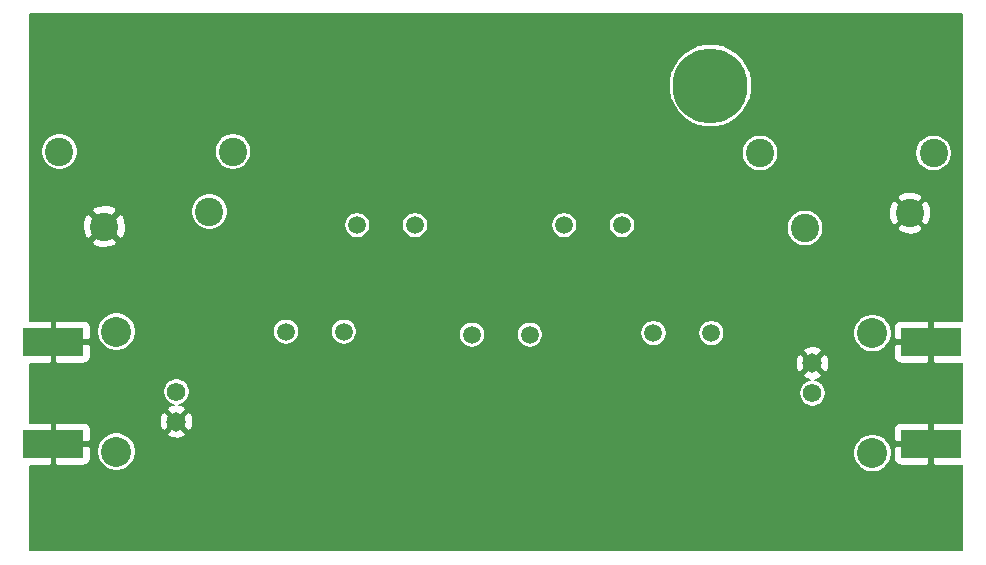
<source format=gbr>
G04 #@! TF.GenerationSoftware,KiCad,Pcbnew,(5.1.5)-3*
G04 #@! TF.CreationDate,2021-08-17T20:52:24-04:00*
G04 #@! TF.ProjectId,CW5,4357352e-6b69-4636-9164-5f7063625858,1*
G04 #@! TF.SameCoordinates,Original*
G04 #@! TF.FileFunction,Copper,L2,Bot*
G04 #@! TF.FilePolarity,Positive*
%FSLAX46Y46*%
G04 Gerber Fmt 4.6, Leading zero omitted, Abs format (unit mm)*
G04 Created by KiCad (PCBNEW (5.1.5)-3) date 2021-08-17 20:52:24*
%MOMM*%
%LPD*%
G04 APERTURE LIST*
%ADD10C,6.350000*%
%ADD11C,1.574800*%
%ADD12C,1.651000*%
%ADD13C,2.540000*%
%ADD14R,5.080000X2.413000*%
%ADD15C,1.500000*%
%ADD16C,2.400000*%
%ADD17C,0.889000*%
%ADD18C,1.397000*%
%ADD19C,1.676400*%
%ADD20C,0.203200*%
G04 APERTURE END LIST*
D10*
X90571000Y-52717400D03*
D11*
X45359000Y-78625400D03*
D12*
X45359000Y-81165400D03*
D13*
X40279000Y-83705400D03*
X40279000Y-73545400D03*
X104287000Y-83832400D03*
X104287000Y-73672400D03*
D12*
X99207000Y-76212400D03*
D11*
X99207000Y-78752400D03*
D14*
X34945000Y-74434400D03*
X34945000Y-83070400D03*
X109240000Y-83070400D03*
X109240000Y-74434400D03*
D15*
X54630000Y-73545400D03*
X59530000Y-73545400D03*
X65552000Y-64528400D03*
X60652000Y-64528400D03*
X75278000Y-73799400D03*
X70378000Y-73799400D03*
X83078000Y-64528400D03*
X78178000Y-64528400D03*
X90645000Y-73672400D03*
X85745000Y-73672400D03*
D16*
X35453000Y-58305400D03*
X50153000Y-58305400D03*
X39263000Y-64655400D03*
X48153000Y-63385400D03*
X107462000Y-63512400D03*
X98572000Y-64782400D03*
X109462000Y-58432400D03*
X94762000Y-58432400D03*
D17*
X35707000Y-48653400D03*
X48280000Y-48653400D03*
D18*
X63266000Y-48272400D03*
X81046000Y-48399400D03*
D17*
X92857000Y-48399400D03*
X107716000Y-48272400D03*
X107716000Y-89928400D03*
D18*
X89174000Y-90055400D03*
X72537000Y-90309400D03*
D19*
X57043000Y-90563400D03*
D17*
X48280000Y-90436400D03*
X35834000Y-90436400D03*
X35707000Y-67957400D03*
X76982000Y-56273400D03*
X62123000Y-57162400D03*
X102255000Y-56400400D03*
X62504000Y-82816400D03*
X76855000Y-82943400D03*
X92984000Y-83070400D03*
D20*
G36*
X111858900Y-72623121D02*
G01*
X111780000Y-72615350D01*
X109544800Y-72618300D01*
X109392400Y-72770700D01*
X109392400Y-74282000D01*
X109412400Y-74282000D01*
X109412400Y-74586800D01*
X109392400Y-74586800D01*
X109392400Y-76098100D01*
X109544800Y-76250500D01*
X111780000Y-76253450D01*
X111858900Y-76245679D01*
X111858900Y-81259121D01*
X111780000Y-81251350D01*
X109544800Y-81254300D01*
X109392400Y-81406700D01*
X109392400Y-82918000D01*
X109412400Y-82918000D01*
X109412400Y-83222800D01*
X109392400Y-83222800D01*
X109392400Y-84734100D01*
X109544800Y-84886500D01*
X111780000Y-84889450D01*
X111858900Y-84881679D01*
X111858900Y-92067178D01*
X32951100Y-92049423D01*
X32951100Y-84888729D01*
X34640200Y-84886500D01*
X34792600Y-84734100D01*
X34792600Y-83222800D01*
X35097400Y-83222800D01*
X35097400Y-84734100D01*
X35249800Y-84886500D01*
X37485000Y-84889450D01*
X37604503Y-84877680D01*
X37719413Y-84842822D01*
X37825315Y-84786217D01*
X37918138Y-84710038D01*
X37994317Y-84617215D01*
X38050922Y-84511313D01*
X38085780Y-84396403D01*
X38097550Y-84276900D01*
X38095157Y-83545292D01*
X38653400Y-83545292D01*
X38653400Y-83865508D01*
X38715870Y-84179570D01*
X38838412Y-84475411D01*
X39016314Y-84741660D01*
X39242740Y-84968086D01*
X39508989Y-85145988D01*
X39804830Y-85268530D01*
X40118892Y-85331000D01*
X40439108Y-85331000D01*
X40753170Y-85268530D01*
X41049011Y-85145988D01*
X41315260Y-84968086D01*
X41541686Y-84741660D01*
X41719588Y-84475411D01*
X41842130Y-84179570D01*
X41904600Y-83865508D01*
X41904600Y-83672292D01*
X102661400Y-83672292D01*
X102661400Y-83992508D01*
X102723870Y-84306570D01*
X102846412Y-84602411D01*
X103024314Y-84868660D01*
X103250740Y-85095086D01*
X103516989Y-85272988D01*
X103812830Y-85395530D01*
X104126892Y-85458000D01*
X104447108Y-85458000D01*
X104761170Y-85395530D01*
X105057011Y-85272988D01*
X105323260Y-85095086D01*
X105549686Y-84868660D01*
X105727588Y-84602411D01*
X105850130Y-84306570D01*
X105856031Y-84276900D01*
X106087450Y-84276900D01*
X106099220Y-84396403D01*
X106134078Y-84511313D01*
X106190683Y-84617215D01*
X106266862Y-84710038D01*
X106359685Y-84786217D01*
X106465587Y-84842822D01*
X106580497Y-84877680D01*
X106700000Y-84889450D01*
X108935200Y-84886500D01*
X109087600Y-84734100D01*
X109087600Y-83222800D01*
X106242800Y-83222800D01*
X106090400Y-83375200D01*
X106087450Y-84276900D01*
X105856031Y-84276900D01*
X105912600Y-83992508D01*
X105912600Y-83672292D01*
X105850130Y-83358230D01*
X105727588Y-83062389D01*
X105549686Y-82796140D01*
X105323260Y-82569714D01*
X105057011Y-82391812D01*
X104761170Y-82269270D01*
X104447108Y-82206800D01*
X104126892Y-82206800D01*
X103812830Y-82269270D01*
X103516989Y-82391812D01*
X103250740Y-82569714D01*
X103024314Y-82796140D01*
X102846412Y-83062389D01*
X102723870Y-83358230D01*
X102661400Y-83672292D01*
X41904600Y-83672292D01*
X41904600Y-83545292D01*
X41842130Y-83231230D01*
X41719588Y-82935389D01*
X41541686Y-82669140D01*
X41315260Y-82442714D01*
X41049011Y-82264812D01*
X40841096Y-82178690D01*
X44561236Y-82178690D01*
X44639429Y-82415083D01*
X44897056Y-82531452D01*
X45172436Y-82595324D01*
X45454985Y-82604246D01*
X45733846Y-82557873D01*
X45998301Y-82457988D01*
X46078571Y-82415083D01*
X46156764Y-82178690D01*
X45359000Y-81380926D01*
X44561236Y-82178690D01*
X40841096Y-82178690D01*
X40753170Y-82142270D01*
X40439108Y-82079800D01*
X40118892Y-82079800D01*
X39804830Y-82142270D01*
X39508989Y-82264812D01*
X39242740Y-82442714D01*
X39016314Y-82669140D01*
X38838412Y-82935389D01*
X38715870Y-83231230D01*
X38653400Y-83545292D01*
X38095157Y-83545292D01*
X38094600Y-83375200D01*
X37942200Y-83222800D01*
X35097400Y-83222800D01*
X34792600Y-83222800D01*
X34772600Y-83222800D01*
X34772600Y-82918000D01*
X34792600Y-82918000D01*
X34792600Y-81406700D01*
X35097400Y-81406700D01*
X35097400Y-82918000D01*
X37942200Y-82918000D01*
X38094600Y-82765600D01*
X38097550Y-81863900D01*
X38085780Y-81744397D01*
X38050922Y-81629487D01*
X37994317Y-81523585D01*
X37918138Y-81430762D01*
X37825315Y-81354583D01*
X37719413Y-81297978D01*
X37604503Y-81263120D01*
X37586888Y-81261385D01*
X43920154Y-81261385D01*
X43966527Y-81540246D01*
X44066412Y-81804701D01*
X44109317Y-81884971D01*
X44345710Y-81963164D01*
X45143474Y-81165400D01*
X45574526Y-81165400D01*
X46372290Y-81963164D01*
X46608683Y-81884971D01*
X46618200Y-81863900D01*
X106087450Y-81863900D01*
X106090400Y-82765600D01*
X106242800Y-82918000D01*
X109087600Y-82918000D01*
X109087600Y-81406700D01*
X108935200Y-81254300D01*
X106700000Y-81251350D01*
X106580497Y-81263120D01*
X106465587Y-81297978D01*
X106359685Y-81354583D01*
X106266862Y-81430762D01*
X106190683Y-81523585D01*
X106134078Y-81629487D01*
X106099220Y-81744397D01*
X106087450Y-81863900D01*
X46618200Y-81863900D01*
X46725052Y-81627344D01*
X46788924Y-81351964D01*
X46797846Y-81069415D01*
X46751473Y-80790554D01*
X46651588Y-80526099D01*
X46608683Y-80445829D01*
X46372290Y-80367636D01*
X45574526Y-81165400D01*
X45143474Y-81165400D01*
X44345710Y-80367636D01*
X44109317Y-80445829D01*
X43992948Y-80703456D01*
X43929076Y-80978836D01*
X43920154Y-81261385D01*
X37586888Y-81261385D01*
X37485000Y-81251350D01*
X35249800Y-81254300D01*
X35097400Y-81406700D01*
X34792600Y-81406700D01*
X34640200Y-81254300D01*
X32951100Y-81252071D01*
X32951100Y-78512824D01*
X44216000Y-78512824D01*
X44216000Y-78737976D01*
X44259925Y-78958801D01*
X44346087Y-79166813D01*
X44471174Y-79354020D01*
X44630380Y-79513226D01*
X44817587Y-79638313D01*
X45025599Y-79724475D01*
X45139397Y-79747111D01*
X44984154Y-79772927D01*
X44719699Y-79872812D01*
X44639429Y-79915717D01*
X44561236Y-80152110D01*
X45359000Y-80949874D01*
X46156764Y-80152110D01*
X46078571Y-79915717D01*
X45820944Y-79799348D01*
X45587821Y-79745277D01*
X45692401Y-79724475D01*
X45900413Y-79638313D01*
X46087620Y-79513226D01*
X46246826Y-79354020D01*
X46371913Y-79166813D01*
X46458075Y-78958801D01*
X46502000Y-78737976D01*
X46502000Y-78639824D01*
X98064000Y-78639824D01*
X98064000Y-78864976D01*
X98107925Y-79085801D01*
X98194087Y-79293813D01*
X98319174Y-79481020D01*
X98478380Y-79640226D01*
X98665587Y-79765313D01*
X98873599Y-79851475D01*
X99094424Y-79895400D01*
X99319576Y-79895400D01*
X99540401Y-79851475D01*
X99748413Y-79765313D01*
X99935620Y-79640226D01*
X100094826Y-79481020D01*
X100219913Y-79293813D01*
X100306075Y-79085801D01*
X100350000Y-78864976D01*
X100350000Y-78639824D01*
X100306075Y-78418999D01*
X100219913Y-78210987D01*
X100094826Y-78023780D01*
X99935620Y-77864574D01*
X99748413Y-77739487D01*
X99540401Y-77653325D01*
X99426603Y-77630689D01*
X99581846Y-77604873D01*
X99846301Y-77504988D01*
X99926571Y-77462083D01*
X100004764Y-77225690D01*
X99207000Y-76427926D01*
X98409236Y-77225690D01*
X98487429Y-77462083D01*
X98745056Y-77578452D01*
X98978179Y-77632523D01*
X98873599Y-77653325D01*
X98665587Y-77739487D01*
X98478380Y-77864574D01*
X98319174Y-78023780D01*
X98194087Y-78210987D01*
X98107925Y-78418999D01*
X98064000Y-78639824D01*
X46502000Y-78639824D01*
X46502000Y-78512824D01*
X46458075Y-78291999D01*
X46371913Y-78083987D01*
X46246826Y-77896780D01*
X46087620Y-77737574D01*
X45900413Y-77612487D01*
X45692401Y-77526325D01*
X45471576Y-77482400D01*
X45246424Y-77482400D01*
X45025599Y-77526325D01*
X44817587Y-77612487D01*
X44630380Y-77737574D01*
X44471174Y-77896780D01*
X44346087Y-78083987D01*
X44259925Y-78291999D01*
X44216000Y-78512824D01*
X32951100Y-78512824D01*
X32951100Y-76308385D01*
X97768154Y-76308385D01*
X97814527Y-76587246D01*
X97914412Y-76851701D01*
X97957317Y-76931971D01*
X98193710Y-77010164D01*
X98991474Y-76212400D01*
X99422526Y-76212400D01*
X100220290Y-77010164D01*
X100456683Y-76931971D01*
X100573052Y-76674344D01*
X100636924Y-76398964D01*
X100645846Y-76116415D01*
X100599473Y-75837554D01*
X100525197Y-75640900D01*
X106087450Y-75640900D01*
X106099220Y-75760403D01*
X106134078Y-75875313D01*
X106190683Y-75981215D01*
X106266862Y-76074038D01*
X106359685Y-76150217D01*
X106465587Y-76206822D01*
X106580497Y-76241680D01*
X106700000Y-76253450D01*
X108935200Y-76250500D01*
X109087600Y-76098100D01*
X109087600Y-74586800D01*
X106242800Y-74586800D01*
X106090400Y-74739200D01*
X106087450Y-75640900D01*
X100525197Y-75640900D01*
X100499588Y-75573099D01*
X100456683Y-75492829D01*
X100220290Y-75414636D01*
X99422526Y-76212400D01*
X98991474Y-76212400D01*
X98193710Y-75414636D01*
X97957317Y-75492829D01*
X97840948Y-75750456D01*
X97777076Y-76025836D01*
X97768154Y-76308385D01*
X32951100Y-76308385D01*
X32951100Y-76252729D01*
X34640200Y-76250500D01*
X34792600Y-76098100D01*
X34792600Y-74586800D01*
X35097400Y-74586800D01*
X35097400Y-76098100D01*
X35249800Y-76250500D01*
X37485000Y-76253450D01*
X37604503Y-76241680D01*
X37719413Y-76206822D01*
X37825315Y-76150217D01*
X37918138Y-76074038D01*
X37994317Y-75981215D01*
X38050922Y-75875313D01*
X38085780Y-75760403D01*
X38097550Y-75640900D01*
X38096105Y-75199110D01*
X98409236Y-75199110D01*
X99207000Y-75996874D01*
X100004764Y-75199110D01*
X99926571Y-74962717D01*
X99668944Y-74846348D01*
X99393564Y-74782476D01*
X99111015Y-74773554D01*
X98832154Y-74819927D01*
X98567699Y-74919812D01*
X98487429Y-74962717D01*
X98409236Y-75199110D01*
X38096105Y-75199110D01*
X38094600Y-74739200D01*
X37942200Y-74586800D01*
X35097400Y-74586800D01*
X34792600Y-74586800D01*
X34772600Y-74586800D01*
X34772600Y-74282000D01*
X34792600Y-74282000D01*
X34792600Y-72770700D01*
X35097400Y-72770700D01*
X35097400Y-74282000D01*
X37942200Y-74282000D01*
X38094600Y-74129600D01*
X38097035Y-73385292D01*
X38653400Y-73385292D01*
X38653400Y-73705508D01*
X38715870Y-74019570D01*
X38838412Y-74315411D01*
X39016314Y-74581660D01*
X39242740Y-74808086D01*
X39508989Y-74985988D01*
X39804830Y-75108530D01*
X40118892Y-75171000D01*
X40439108Y-75171000D01*
X40753170Y-75108530D01*
X41049011Y-74985988D01*
X41315260Y-74808086D01*
X41541686Y-74581660D01*
X41719588Y-74315411D01*
X41842130Y-74019570D01*
X41904600Y-73705508D01*
X41904600Y-73436508D01*
X53524400Y-73436508D01*
X53524400Y-73654292D01*
X53566887Y-73867892D01*
X53650230Y-74069098D01*
X53771224Y-74250179D01*
X53925221Y-74404176D01*
X54106302Y-74525170D01*
X54307508Y-74608513D01*
X54521108Y-74651000D01*
X54738892Y-74651000D01*
X54952492Y-74608513D01*
X55153698Y-74525170D01*
X55334779Y-74404176D01*
X55488776Y-74250179D01*
X55609770Y-74069098D01*
X55693113Y-73867892D01*
X55735600Y-73654292D01*
X55735600Y-73436508D01*
X58424400Y-73436508D01*
X58424400Y-73654292D01*
X58466887Y-73867892D01*
X58550230Y-74069098D01*
X58671224Y-74250179D01*
X58825221Y-74404176D01*
X59006302Y-74525170D01*
X59207508Y-74608513D01*
X59421108Y-74651000D01*
X59638892Y-74651000D01*
X59852492Y-74608513D01*
X60053698Y-74525170D01*
X60234779Y-74404176D01*
X60388776Y-74250179D01*
X60509770Y-74069098D01*
X60593113Y-73867892D01*
X60628396Y-73690508D01*
X69272400Y-73690508D01*
X69272400Y-73908292D01*
X69314887Y-74121892D01*
X69398230Y-74323098D01*
X69519224Y-74504179D01*
X69673221Y-74658176D01*
X69854302Y-74779170D01*
X70055508Y-74862513D01*
X70269108Y-74905000D01*
X70486892Y-74905000D01*
X70700492Y-74862513D01*
X70901698Y-74779170D01*
X71082779Y-74658176D01*
X71236776Y-74504179D01*
X71357770Y-74323098D01*
X71441113Y-74121892D01*
X71483600Y-73908292D01*
X71483600Y-73690508D01*
X74172400Y-73690508D01*
X74172400Y-73908292D01*
X74214887Y-74121892D01*
X74298230Y-74323098D01*
X74419224Y-74504179D01*
X74573221Y-74658176D01*
X74754302Y-74779170D01*
X74955508Y-74862513D01*
X75169108Y-74905000D01*
X75386892Y-74905000D01*
X75600492Y-74862513D01*
X75801698Y-74779170D01*
X75982779Y-74658176D01*
X76136776Y-74504179D01*
X76257770Y-74323098D01*
X76341113Y-74121892D01*
X76383600Y-73908292D01*
X76383600Y-73690508D01*
X76358339Y-73563508D01*
X84639400Y-73563508D01*
X84639400Y-73781292D01*
X84681887Y-73994892D01*
X84765230Y-74196098D01*
X84886224Y-74377179D01*
X85040221Y-74531176D01*
X85221302Y-74652170D01*
X85422508Y-74735513D01*
X85636108Y-74778000D01*
X85853892Y-74778000D01*
X86067492Y-74735513D01*
X86268698Y-74652170D01*
X86449779Y-74531176D01*
X86603776Y-74377179D01*
X86724770Y-74196098D01*
X86808113Y-73994892D01*
X86850600Y-73781292D01*
X86850600Y-73563508D01*
X89539400Y-73563508D01*
X89539400Y-73781292D01*
X89581887Y-73994892D01*
X89665230Y-74196098D01*
X89786224Y-74377179D01*
X89940221Y-74531176D01*
X90121302Y-74652170D01*
X90322508Y-74735513D01*
X90536108Y-74778000D01*
X90753892Y-74778000D01*
X90967492Y-74735513D01*
X91168698Y-74652170D01*
X91349779Y-74531176D01*
X91503776Y-74377179D01*
X91624770Y-74196098D01*
X91708113Y-73994892D01*
X91750600Y-73781292D01*
X91750600Y-73563508D01*
X91740413Y-73512292D01*
X102661400Y-73512292D01*
X102661400Y-73832508D01*
X102723870Y-74146570D01*
X102846412Y-74442411D01*
X103024314Y-74708660D01*
X103250740Y-74935086D01*
X103516989Y-75112988D01*
X103812830Y-75235530D01*
X104126892Y-75298000D01*
X104447108Y-75298000D01*
X104761170Y-75235530D01*
X105057011Y-75112988D01*
X105323260Y-74935086D01*
X105549686Y-74708660D01*
X105727588Y-74442411D01*
X105850130Y-74146570D01*
X105912600Y-73832508D01*
X105912600Y-73512292D01*
X105856032Y-73227900D01*
X106087450Y-73227900D01*
X106090400Y-74129600D01*
X106242800Y-74282000D01*
X109087600Y-74282000D01*
X109087600Y-72770700D01*
X108935200Y-72618300D01*
X106700000Y-72615350D01*
X106580497Y-72627120D01*
X106465587Y-72661978D01*
X106359685Y-72718583D01*
X106266862Y-72794762D01*
X106190683Y-72887585D01*
X106134078Y-72993487D01*
X106099220Y-73108397D01*
X106087450Y-73227900D01*
X105856032Y-73227900D01*
X105850130Y-73198230D01*
X105727588Y-72902389D01*
X105549686Y-72636140D01*
X105323260Y-72409714D01*
X105057011Y-72231812D01*
X104761170Y-72109270D01*
X104447108Y-72046800D01*
X104126892Y-72046800D01*
X103812830Y-72109270D01*
X103516989Y-72231812D01*
X103250740Y-72409714D01*
X103024314Y-72636140D01*
X102846412Y-72902389D01*
X102723870Y-73198230D01*
X102661400Y-73512292D01*
X91740413Y-73512292D01*
X91708113Y-73349908D01*
X91624770Y-73148702D01*
X91503776Y-72967621D01*
X91349779Y-72813624D01*
X91168698Y-72692630D01*
X90967492Y-72609287D01*
X90753892Y-72566800D01*
X90536108Y-72566800D01*
X90322508Y-72609287D01*
X90121302Y-72692630D01*
X89940221Y-72813624D01*
X89786224Y-72967621D01*
X89665230Y-73148702D01*
X89581887Y-73349908D01*
X89539400Y-73563508D01*
X86850600Y-73563508D01*
X86808113Y-73349908D01*
X86724770Y-73148702D01*
X86603776Y-72967621D01*
X86449779Y-72813624D01*
X86268698Y-72692630D01*
X86067492Y-72609287D01*
X85853892Y-72566800D01*
X85636108Y-72566800D01*
X85422508Y-72609287D01*
X85221302Y-72692630D01*
X85040221Y-72813624D01*
X84886224Y-72967621D01*
X84765230Y-73148702D01*
X84681887Y-73349908D01*
X84639400Y-73563508D01*
X76358339Y-73563508D01*
X76341113Y-73476908D01*
X76257770Y-73275702D01*
X76136776Y-73094621D01*
X75982779Y-72940624D01*
X75801698Y-72819630D01*
X75600492Y-72736287D01*
X75386892Y-72693800D01*
X75169108Y-72693800D01*
X74955508Y-72736287D01*
X74754302Y-72819630D01*
X74573221Y-72940624D01*
X74419224Y-73094621D01*
X74298230Y-73275702D01*
X74214887Y-73476908D01*
X74172400Y-73690508D01*
X71483600Y-73690508D01*
X71441113Y-73476908D01*
X71357770Y-73275702D01*
X71236776Y-73094621D01*
X71082779Y-72940624D01*
X70901698Y-72819630D01*
X70700492Y-72736287D01*
X70486892Y-72693800D01*
X70269108Y-72693800D01*
X70055508Y-72736287D01*
X69854302Y-72819630D01*
X69673221Y-72940624D01*
X69519224Y-73094621D01*
X69398230Y-73275702D01*
X69314887Y-73476908D01*
X69272400Y-73690508D01*
X60628396Y-73690508D01*
X60635600Y-73654292D01*
X60635600Y-73436508D01*
X60593113Y-73222908D01*
X60509770Y-73021702D01*
X60388776Y-72840621D01*
X60234779Y-72686624D01*
X60053698Y-72565630D01*
X59852492Y-72482287D01*
X59638892Y-72439800D01*
X59421108Y-72439800D01*
X59207508Y-72482287D01*
X59006302Y-72565630D01*
X58825221Y-72686624D01*
X58671224Y-72840621D01*
X58550230Y-73021702D01*
X58466887Y-73222908D01*
X58424400Y-73436508D01*
X55735600Y-73436508D01*
X55693113Y-73222908D01*
X55609770Y-73021702D01*
X55488776Y-72840621D01*
X55334779Y-72686624D01*
X55153698Y-72565630D01*
X54952492Y-72482287D01*
X54738892Y-72439800D01*
X54521108Y-72439800D01*
X54307508Y-72482287D01*
X54106302Y-72565630D01*
X53925221Y-72686624D01*
X53771224Y-72840621D01*
X53650230Y-73021702D01*
X53566887Y-73222908D01*
X53524400Y-73436508D01*
X41904600Y-73436508D01*
X41904600Y-73385292D01*
X41842130Y-73071230D01*
X41719588Y-72775389D01*
X41541686Y-72509140D01*
X41315260Y-72282714D01*
X41049011Y-72104812D01*
X40753170Y-71982270D01*
X40439108Y-71919800D01*
X40118892Y-71919800D01*
X39804830Y-71982270D01*
X39508989Y-72104812D01*
X39242740Y-72282714D01*
X39016314Y-72509140D01*
X38838412Y-72775389D01*
X38715870Y-73071230D01*
X38653400Y-73385292D01*
X38097035Y-73385292D01*
X38097550Y-73227900D01*
X38085780Y-73108397D01*
X38050922Y-72993487D01*
X37994317Y-72887585D01*
X37918138Y-72794762D01*
X37825315Y-72718583D01*
X37719413Y-72661978D01*
X37604503Y-72627120D01*
X37485000Y-72615350D01*
X35249800Y-72618300D01*
X35097400Y-72770700D01*
X34792600Y-72770700D01*
X34640200Y-72618300D01*
X32951100Y-72616071D01*
X32951100Y-65936233D01*
X38197693Y-65936233D01*
X38321252Y-66210883D01*
X38642807Y-66364721D01*
X38988196Y-66452870D01*
X39344145Y-66471944D01*
X39696976Y-66421209D01*
X40033130Y-66302615D01*
X40204748Y-66210883D01*
X40328307Y-65936233D01*
X39263000Y-64870926D01*
X38197693Y-65936233D01*
X32951100Y-65936233D01*
X32951100Y-64736545D01*
X37446456Y-64736545D01*
X37497191Y-65089376D01*
X37615785Y-65425530D01*
X37707517Y-65597148D01*
X37982167Y-65720707D01*
X39047474Y-64655400D01*
X39478526Y-64655400D01*
X40543833Y-65720707D01*
X40818483Y-65597148D01*
X40972321Y-65275593D01*
X41060470Y-64930204D01*
X41079544Y-64574255D01*
X41028809Y-64221424D01*
X40910215Y-63885270D01*
X40818483Y-63713652D01*
X40543833Y-63590093D01*
X39478526Y-64655400D01*
X39047474Y-64655400D01*
X37982167Y-63590093D01*
X37707517Y-63713652D01*
X37553679Y-64035207D01*
X37465530Y-64380596D01*
X37446456Y-64736545D01*
X32951100Y-64736545D01*
X32951100Y-63374567D01*
X38197693Y-63374567D01*
X39263000Y-64439874D01*
X40328307Y-63374567D01*
X40264254Y-63232187D01*
X46597400Y-63232187D01*
X46597400Y-63538613D01*
X46657181Y-63839152D01*
X46774445Y-64122253D01*
X46944686Y-64377037D01*
X47161363Y-64593714D01*
X47416147Y-64763955D01*
X47699248Y-64881219D01*
X47999787Y-64941000D01*
X48306213Y-64941000D01*
X48606752Y-64881219D01*
X48889853Y-64763955D01*
X49144637Y-64593714D01*
X49318843Y-64419508D01*
X59546400Y-64419508D01*
X59546400Y-64637292D01*
X59588887Y-64850892D01*
X59672230Y-65052098D01*
X59793224Y-65233179D01*
X59947221Y-65387176D01*
X60128302Y-65508170D01*
X60329508Y-65591513D01*
X60543108Y-65634000D01*
X60760892Y-65634000D01*
X60974492Y-65591513D01*
X61175698Y-65508170D01*
X61356779Y-65387176D01*
X61510776Y-65233179D01*
X61631770Y-65052098D01*
X61715113Y-64850892D01*
X61757600Y-64637292D01*
X61757600Y-64419508D01*
X64446400Y-64419508D01*
X64446400Y-64637292D01*
X64488887Y-64850892D01*
X64572230Y-65052098D01*
X64693224Y-65233179D01*
X64847221Y-65387176D01*
X65028302Y-65508170D01*
X65229508Y-65591513D01*
X65443108Y-65634000D01*
X65660892Y-65634000D01*
X65874492Y-65591513D01*
X66075698Y-65508170D01*
X66256779Y-65387176D01*
X66410776Y-65233179D01*
X66531770Y-65052098D01*
X66615113Y-64850892D01*
X66657600Y-64637292D01*
X66657600Y-64419508D01*
X77072400Y-64419508D01*
X77072400Y-64637292D01*
X77114887Y-64850892D01*
X77198230Y-65052098D01*
X77319224Y-65233179D01*
X77473221Y-65387176D01*
X77654302Y-65508170D01*
X77855508Y-65591513D01*
X78069108Y-65634000D01*
X78286892Y-65634000D01*
X78500492Y-65591513D01*
X78701698Y-65508170D01*
X78882779Y-65387176D01*
X79036776Y-65233179D01*
X79157770Y-65052098D01*
X79241113Y-64850892D01*
X79283600Y-64637292D01*
X79283600Y-64419508D01*
X81972400Y-64419508D01*
X81972400Y-64637292D01*
X82014887Y-64850892D01*
X82098230Y-65052098D01*
X82219224Y-65233179D01*
X82373221Y-65387176D01*
X82554302Y-65508170D01*
X82755508Y-65591513D01*
X82969108Y-65634000D01*
X83186892Y-65634000D01*
X83400492Y-65591513D01*
X83601698Y-65508170D01*
X83782779Y-65387176D01*
X83936776Y-65233179D01*
X84057770Y-65052098D01*
X84141113Y-64850892D01*
X84183600Y-64637292D01*
X84183600Y-64629187D01*
X97016400Y-64629187D01*
X97016400Y-64935613D01*
X97076181Y-65236152D01*
X97193445Y-65519253D01*
X97363686Y-65774037D01*
X97580363Y-65990714D01*
X97835147Y-66160955D01*
X98118248Y-66278219D01*
X98418787Y-66338000D01*
X98725213Y-66338000D01*
X99025752Y-66278219D01*
X99308853Y-66160955D01*
X99563637Y-65990714D01*
X99780314Y-65774037D01*
X99950555Y-65519253D01*
X100067819Y-65236152D01*
X100127600Y-64935613D01*
X100127600Y-64793233D01*
X106396693Y-64793233D01*
X106520252Y-65067883D01*
X106841807Y-65221721D01*
X107187196Y-65309870D01*
X107543145Y-65328944D01*
X107895976Y-65278209D01*
X108232130Y-65159615D01*
X108403748Y-65067883D01*
X108527307Y-64793233D01*
X107462000Y-63727926D01*
X106396693Y-64793233D01*
X100127600Y-64793233D01*
X100127600Y-64629187D01*
X100067819Y-64328648D01*
X99950555Y-64045547D01*
X99780314Y-63790763D01*
X99583096Y-63593545D01*
X105645456Y-63593545D01*
X105696191Y-63946376D01*
X105814785Y-64282530D01*
X105906517Y-64454148D01*
X106181167Y-64577707D01*
X107246474Y-63512400D01*
X107677526Y-63512400D01*
X108742833Y-64577707D01*
X109017483Y-64454148D01*
X109171321Y-64132593D01*
X109259470Y-63787204D01*
X109278544Y-63431255D01*
X109227809Y-63078424D01*
X109109215Y-62742270D01*
X109017483Y-62570652D01*
X108742833Y-62447093D01*
X107677526Y-63512400D01*
X107246474Y-63512400D01*
X106181167Y-62447093D01*
X105906517Y-62570652D01*
X105752679Y-62892207D01*
X105664530Y-63237596D01*
X105645456Y-63593545D01*
X99583096Y-63593545D01*
X99563637Y-63574086D01*
X99308853Y-63403845D01*
X99025752Y-63286581D01*
X98725213Y-63226800D01*
X98418787Y-63226800D01*
X98118248Y-63286581D01*
X97835147Y-63403845D01*
X97580363Y-63574086D01*
X97363686Y-63790763D01*
X97193445Y-64045547D01*
X97076181Y-64328648D01*
X97016400Y-64629187D01*
X84183600Y-64629187D01*
X84183600Y-64419508D01*
X84141113Y-64205908D01*
X84057770Y-64004702D01*
X83936776Y-63823621D01*
X83782779Y-63669624D01*
X83601698Y-63548630D01*
X83400492Y-63465287D01*
X83186892Y-63422800D01*
X82969108Y-63422800D01*
X82755508Y-63465287D01*
X82554302Y-63548630D01*
X82373221Y-63669624D01*
X82219224Y-63823621D01*
X82098230Y-64004702D01*
X82014887Y-64205908D01*
X81972400Y-64419508D01*
X79283600Y-64419508D01*
X79241113Y-64205908D01*
X79157770Y-64004702D01*
X79036776Y-63823621D01*
X78882779Y-63669624D01*
X78701698Y-63548630D01*
X78500492Y-63465287D01*
X78286892Y-63422800D01*
X78069108Y-63422800D01*
X77855508Y-63465287D01*
X77654302Y-63548630D01*
X77473221Y-63669624D01*
X77319224Y-63823621D01*
X77198230Y-64004702D01*
X77114887Y-64205908D01*
X77072400Y-64419508D01*
X66657600Y-64419508D01*
X66615113Y-64205908D01*
X66531770Y-64004702D01*
X66410776Y-63823621D01*
X66256779Y-63669624D01*
X66075698Y-63548630D01*
X65874492Y-63465287D01*
X65660892Y-63422800D01*
X65443108Y-63422800D01*
X65229508Y-63465287D01*
X65028302Y-63548630D01*
X64847221Y-63669624D01*
X64693224Y-63823621D01*
X64572230Y-64004702D01*
X64488887Y-64205908D01*
X64446400Y-64419508D01*
X61757600Y-64419508D01*
X61715113Y-64205908D01*
X61631770Y-64004702D01*
X61510776Y-63823621D01*
X61356779Y-63669624D01*
X61175698Y-63548630D01*
X60974492Y-63465287D01*
X60760892Y-63422800D01*
X60543108Y-63422800D01*
X60329508Y-63465287D01*
X60128302Y-63548630D01*
X59947221Y-63669624D01*
X59793224Y-63823621D01*
X59672230Y-64004702D01*
X59588887Y-64205908D01*
X59546400Y-64419508D01*
X49318843Y-64419508D01*
X49361314Y-64377037D01*
X49531555Y-64122253D01*
X49648819Y-63839152D01*
X49708600Y-63538613D01*
X49708600Y-63232187D01*
X49648819Y-62931648D01*
X49531555Y-62648547D01*
X49361314Y-62393763D01*
X49199118Y-62231567D01*
X106396693Y-62231567D01*
X107462000Y-63296874D01*
X108527307Y-62231567D01*
X108403748Y-61956917D01*
X108082193Y-61803079D01*
X107736804Y-61714930D01*
X107380855Y-61695856D01*
X107028024Y-61746591D01*
X106691870Y-61865185D01*
X106520252Y-61956917D01*
X106396693Y-62231567D01*
X49199118Y-62231567D01*
X49144637Y-62177086D01*
X48889853Y-62006845D01*
X48606752Y-61889581D01*
X48306213Y-61829800D01*
X47999787Y-61829800D01*
X47699248Y-61889581D01*
X47416147Y-62006845D01*
X47161363Y-62177086D01*
X46944686Y-62393763D01*
X46774445Y-62648547D01*
X46657181Y-62931648D01*
X46597400Y-63232187D01*
X40264254Y-63232187D01*
X40204748Y-63099917D01*
X39883193Y-62946079D01*
X39537804Y-62857930D01*
X39181855Y-62838856D01*
X38829024Y-62889591D01*
X38492870Y-63008185D01*
X38321252Y-63099917D01*
X38197693Y-63374567D01*
X32951100Y-63374567D01*
X32951100Y-58152187D01*
X33897400Y-58152187D01*
X33897400Y-58458613D01*
X33957181Y-58759152D01*
X34074445Y-59042253D01*
X34244686Y-59297037D01*
X34461363Y-59513714D01*
X34716147Y-59683955D01*
X34999248Y-59801219D01*
X35299787Y-59861000D01*
X35606213Y-59861000D01*
X35906752Y-59801219D01*
X36189853Y-59683955D01*
X36444637Y-59513714D01*
X36661314Y-59297037D01*
X36831555Y-59042253D01*
X36948819Y-58759152D01*
X37008600Y-58458613D01*
X37008600Y-58152187D01*
X48597400Y-58152187D01*
X48597400Y-58458613D01*
X48657181Y-58759152D01*
X48774445Y-59042253D01*
X48944686Y-59297037D01*
X49161363Y-59513714D01*
X49416147Y-59683955D01*
X49699248Y-59801219D01*
X49999787Y-59861000D01*
X50306213Y-59861000D01*
X50606752Y-59801219D01*
X50889853Y-59683955D01*
X51144637Y-59513714D01*
X51361314Y-59297037D01*
X51531555Y-59042253D01*
X51648819Y-58759152D01*
X51708600Y-58458613D01*
X51708600Y-58279187D01*
X93206400Y-58279187D01*
X93206400Y-58585613D01*
X93266181Y-58886152D01*
X93383445Y-59169253D01*
X93553686Y-59424037D01*
X93770363Y-59640714D01*
X94025147Y-59810955D01*
X94308248Y-59928219D01*
X94608787Y-59988000D01*
X94915213Y-59988000D01*
X95215752Y-59928219D01*
X95498853Y-59810955D01*
X95753637Y-59640714D01*
X95970314Y-59424037D01*
X96140555Y-59169253D01*
X96257819Y-58886152D01*
X96317600Y-58585613D01*
X96317600Y-58279187D01*
X107906400Y-58279187D01*
X107906400Y-58585613D01*
X107966181Y-58886152D01*
X108083445Y-59169253D01*
X108253686Y-59424037D01*
X108470363Y-59640714D01*
X108725147Y-59810955D01*
X109008248Y-59928219D01*
X109308787Y-59988000D01*
X109615213Y-59988000D01*
X109915752Y-59928219D01*
X110198853Y-59810955D01*
X110453637Y-59640714D01*
X110670314Y-59424037D01*
X110840555Y-59169253D01*
X110957819Y-58886152D01*
X111017600Y-58585613D01*
X111017600Y-58279187D01*
X110957819Y-57978648D01*
X110840555Y-57695547D01*
X110670314Y-57440763D01*
X110453637Y-57224086D01*
X110198853Y-57053845D01*
X109915752Y-56936581D01*
X109615213Y-56876800D01*
X109308787Y-56876800D01*
X109008248Y-56936581D01*
X108725147Y-57053845D01*
X108470363Y-57224086D01*
X108253686Y-57440763D01*
X108083445Y-57695547D01*
X107966181Y-57978648D01*
X107906400Y-58279187D01*
X96317600Y-58279187D01*
X96257819Y-57978648D01*
X96140555Y-57695547D01*
X95970314Y-57440763D01*
X95753637Y-57224086D01*
X95498853Y-57053845D01*
X95215752Y-56936581D01*
X94915213Y-56876800D01*
X94608787Y-56876800D01*
X94308248Y-56936581D01*
X94025147Y-57053845D01*
X93770363Y-57224086D01*
X93553686Y-57440763D01*
X93383445Y-57695547D01*
X93266181Y-57978648D01*
X93206400Y-58279187D01*
X51708600Y-58279187D01*
X51708600Y-58152187D01*
X51648819Y-57851648D01*
X51531555Y-57568547D01*
X51361314Y-57313763D01*
X51144637Y-57097086D01*
X50889853Y-56926845D01*
X50606752Y-56809581D01*
X50306213Y-56749800D01*
X49999787Y-56749800D01*
X49699248Y-56809581D01*
X49416147Y-56926845D01*
X49161363Y-57097086D01*
X48944686Y-57313763D01*
X48774445Y-57568547D01*
X48657181Y-57851648D01*
X48597400Y-58152187D01*
X37008600Y-58152187D01*
X36948819Y-57851648D01*
X36831555Y-57568547D01*
X36661314Y-57313763D01*
X36444637Y-57097086D01*
X36189853Y-56926845D01*
X35906752Y-56809581D01*
X35606213Y-56749800D01*
X35299787Y-56749800D01*
X34999248Y-56809581D01*
X34716147Y-56926845D01*
X34461363Y-57097086D01*
X34244686Y-57313763D01*
X34074445Y-57568547D01*
X33957181Y-57851648D01*
X33897400Y-58152187D01*
X32951100Y-58152187D01*
X32951100Y-52369666D01*
X87040400Y-52369666D01*
X87040400Y-53065134D01*
X87176079Y-53747238D01*
X87442223Y-54389766D01*
X87828604Y-54968026D01*
X88320374Y-55459796D01*
X88898634Y-55846177D01*
X89541162Y-56112321D01*
X90223266Y-56248000D01*
X90918734Y-56248000D01*
X91600838Y-56112321D01*
X92243366Y-55846177D01*
X92821626Y-55459796D01*
X93313396Y-54968026D01*
X93699777Y-54389766D01*
X93965921Y-53747238D01*
X94101600Y-53065134D01*
X94101600Y-52369666D01*
X93965921Y-51687562D01*
X93699777Y-51045034D01*
X93313396Y-50466774D01*
X92821626Y-49975004D01*
X92243366Y-49588623D01*
X91600838Y-49322479D01*
X90918734Y-49186800D01*
X90223266Y-49186800D01*
X89541162Y-49322479D01*
X88898634Y-49588623D01*
X88320374Y-49975004D01*
X87828604Y-50466774D01*
X87442223Y-51045034D01*
X87176079Y-51687562D01*
X87040400Y-52369666D01*
X32951100Y-52369666D01*
X32951100Y-46659500D01*
X111858901Y-46659500D01*
X111858900Y-72623121D01*
G37*
X111858900Y-72623121D02*
X111780000Y-72615350D01*
X109544800Y-72618300D01*
X109392400Y-72770700D01*
X109392400Y-74282000D01*
X109412400Y-74282000D01*
X109412400Y-74586800D01*
X109392400Y-74586800D01*
X109392400Y-76098100D01*
X109544800Y-76250500D01*
X111780000Y-76253450D01*
X111858900Y-76245679D01*
X111858900Y-81259121D01*
X111780000Y-81251350D01*
X109544800Y-81254300D01*
X109392400Y-81406700D01*
X109392400Y-82918000D01*
X109412400Y-82918000D01*
X109412400Y-83222800D01*
X109392400Y-83222800D01*
X109392400Y-84734100D01*
X109544800Y-84886500D01*
X111780000Y-84889450D01*
X111858900Y-84881679D01*
X111858900Y-92067178D01*
X32951100Y-92049423D01*
X32951100Y-84888729D01*
X34640200Y-84886500D01*
X34792600Y-84734100D01*
X34792600Y-83222800D01*
X35097400Y-83222800D01*
X35097400Y-84734100D01*
X35249800Y-84886500D01*
X37485000Y-84889450D01*
X37604503Y-84877680D01*
X37719413Y-84842822D01*
X37825315Y-84786217D01*
X37918138Y-84710038D01*
X37994317Y-84617215D01*
X38050922Y-84511313D01*
X38085780Y-84396403D01*
X38097550Y-84276900D01*
X38095157Y-83545292D01*
X38653400Y-83545292D01*
X38653400Y-83865508D01*
X38715870Y-84179570D01*
X38838412Y-84475411D01*
X39016314Y-84741660D01*
X39242740Y-84968086D01*
X39508989Y-85145988D01*
X39804830Y-85268530D01*
X40118892Y-85331000D01*
X40439108Y-85331000D01*
X40753170Y-85268530D01*
X41049011Y-85145988D01*
X41315260Y-84968086D01*
X41541686Y-84741660D01*
X41719588Y-84475411D01*
X41842130Y-84179570D01*
X41904600Y-83865508D01*
X41904600Y-83672292D01*
X102661400Y-83672292D01*
X102661400Y-83992508D01*
X102723870Y-84306570D01*
X102846412Y-84602411D01*
X103024314Y-84868660D01*
X103250740Y-85095086D01*
X103516989Y-85272988D01*
X103812830Y-85395530D01*
X104126892Y-85458000D01*
X104447108Y-85458000D01*
X104761170Y-85395530D01*
X105057011Y-85272988D01*
X105323260Y-85095086D01*
X105549686Y-84868660D01*
X105727588Y-84602411D01*
X105850130Y-84306570D01*
X105856031Y-84276900D01*
X106087450Y-84276900D01*
X106099220Y-84396403D01*
X106134078Y-84511313D01*
X106190683Y-84617215D01*
X106266862Y-84710038D01*
X106359685Y-84786217D01*
X106465587Y-84842822D01*
X106580497Y-84877680D01*
X106700000Y-84889450D01*
X108935200Y-84886500D01*
X109087600Y-84734100D01*
X109087600Y-83222800D01*
X106242800Y-83222800D01*
X106090400Y-83375200D01*
X106087450Y-84276900D01*
X105856031Y-84276900D01*
X105912600Y-83992508D01*
X105912600Y-83672292D01*
X105850130Y-83358230D01*
X105727588Y-83062389D01*
X105549686Y-82796140D01*
X105323260Y-82569714D01*
X105057011Y-82391812D01*
X104761170Y-82269270D01*
X104447108Y-82206800D01*
X104126892Y-82206800D01*
X103812830Y-82269270D01*
X103516989Y-82391812D01*
X103250740Y-82569714D01*
X103024314Y-82796140D01*
X102846412Y-83062389D01*
X102723870Y-83358230D01*
X102661400Y-83672292D01*
X41904600Y-83672292D01*
X41904600Y-83545292D01*
X41842130Y-83231230D01*
X41719588Y-82935389D01*
X41541686Y-82669140D01*
X41315260Y-82442714D01*
X41049011Y-82264812D01*
X40841096Y-82178690D01*
X44561236Y-82178690D01*
X44639429Y-82415083D01*
X44897056Y-82531452D01*
X45172436Y-82595324D01*
X45454985Y-82604246D01*
X45733846Y-82557873D01*
X45998301Y-82457988D01*
X46078571Y-82415083D01*
X46156764Y-82178690D01*
X45359000Y-81380926D01*
X44561236Y-82178690D01*
X40841096Y-82178690D01*
X40753170Y-82142270D01*
X40439108Y-82079800D01*
X40118892Y-82079800D01*
X39804830Y-82142270D01*
X39508989Y-82264812D01*
X39242740Y-82442714D01*
X39016314Y-82669140D01*
X38838412Y-82935389D01*
X38715870Y-83231230D01*
X38653400Y-83545292D01*
X38095157Y-83545292D01*
X38094600Y-83375200D01*
X37942200Y-83222800D01*
X35097400Y-83222800D01*
X34792600Y-83222800D01*
X34772600Y-83222800D01*
X34772600Y-82918000D01*
X34792600Y-82918000D01*
X34792600Y-81406700D01*
X35097400Y-81406700D01*
X35097400Y-82918000D01*
X37942200Y-82918000D01*
X38094600Y-82765600D01*
X38097550Y-81863900D01*
X38085780Y-81744397D01*
X38050922Y-81629487D01*
X37994317Y-81523585D01*
X37918138Y-81430762D01*
X37825315Y-81354583D01*
X37719413Y-81297978D01*
X37604503Y-81263120D01*
X37586888Y-81261385D01*
X43920154Y-81261385D01*
X43966527Y-81540246D01*
X44066412Y-81804701D01*
X44109317Y-81884971D01*
X44345710Y-81963164D01*
X45143474Y-81165400D01*
X45574526Y-81165400D01*
X46372290Y-81963164D01*
X46608683Y-81884971D01*
X46618200Y-81863900D01*
X106087450Y-81863900D01*
X106090400Y-82765600D01*
X106242800Y-82918000D01*
X109087600Y-82918000D01*
X109087600Y-81406700D01*
X108935200Y-81254300D01*
X106700000Y-81251350D01*
X106580497Y-81263120D01*
X106465587Y-81297978D01*
X106359685Y-81354583D01*
X106266862Y-81430762D01*
X106190683Y-81523585D01*
X106134078Y-81629487D01*
X106099220Y-81744397D01*
X106087450Y-81863900D01*
X46618200Y-81863900D01*
X46725052Y-81627344D01*
X46788924Y-81351964D01*
X46797846Y-81069415D01*
X46751473Y-80790554D01*
X46651588Y-80526099D01*
X46608683Y-80445829D01*
X46372290Y-80367636D01*
X45574526Y-81165400D01*
X45143474Y-81165400D01*
X44345710Y-80367636D01*
X44109317Y-80445829D01*
X43992948Y-80703456D01*
X43929076Y-80978836D01*
X43920154Y-81261385D01*
X37586888Y-81261385D01*
X37485000Y-81251350D01*
X35249800Y-81254300D01*
X35097400Y-81406700D01*
X34792600Y-81406700D01*
X34640200Y-81254300D01*
X32951100Y-81252071D01*
X32951100Y-78512824D01*
X44216000Y-78512824D01*
X44216000Y-78737976D01*
X44259925Y-78958801D01*
X44346087Y-79166813D01*
X44471174Y-79354020D01*
X44630380Y-79513226D01*
X44817587Y-79638313D01*
X45025599Y-79724475D01*
X45139397Y-79747111D01*
X44984154Y-79772927D01*
X44719699Y-79872812D01*
X44639429Y-79915717D01*
X44561236Y-80152110D01*
X45359000Y-80949874D01*
X46156764Y-80152110D01*
X46078571Y-79915717D01*
X45820944Y-79799348D01*
X45587821Y-79745277D01*
X45692401Y-79724475D01*
X45900413Y-79638313D01*
X46087620Y-79513226D01*
X46246826Y-79354020D01*
X46371913Y-79166813D01*
X46458075Y-78958801D01*
X46502000Y-78737976D01*
X46502000Y-78639824D01*
X98064000Y-78639824D01*
X98064000Y-78864976D01*
X98107925Y-79085801D01*
X98194087Y-79293813D01*
X98319174Y-79481020D01*
X98478380Y-79640226D01*
X98665587Y-79765313D01*
X98873599Y-79851475D01*
X99094424Y-79895400D01*
X99319576Y-79895400D01*
X99540401Y-79851475D01*
X99748413Y-79765313D01*
X99935620Y-79640226D01*
X100094826Y-79481020D01*
X100219913Y-79293813D01*
X100306075Y-79085801D01*
X100350000Y-78864976D01*
X100350000Y-78639824D01*
X100306075Y-78418999D01*
X100219913Y-78210987D01*
X100094826Y-78023780D01*
X99935620Y-77864574D01*
X99748413Y-77739487D01*
X99540401Y-77653325D01*
X99426603Y-77630689D01*
X99581846Y-77604873D01*
X99846301Y-77504988D01*
X99926571Y-77462083D01*
X100004764Y-77225690D01*
X99207000Y-76427926D01*
X98409236Y-77225690D01*
X98487429Y-77462083D01*
X98745056Y-77578452D01*
X98978179Y-77632523D01*
X98873599Y-77653325D01*
X98665587Y-77739487D01*
X98478380Y-77864574D01*
X98319174Y-78023780D01*
X98194087Y-78210987D01*
X98107925Y-78418999D01*
X98064000Y-78639824D01*
X46502000Y-78639824D01*
X46502000Y-78512824D01*
X46458075Y-78291999D01*
X46371913Y-78083987D01*
X46246826Y-77896780D01*
X46087620Y-77737574D01*
X45900413Y-77612487D01*
X45692401Y-77526325D01*
X45471576Y-77482400D01*
X45246424Y-77482400D01*
X45025599Y-77526325D01*
X44817587Y-77612487D01*
X44630380Y-77737574D01*
X44471174Y-77896780D01*
X44346087Y-78083987D01*
X44259925Y-78291999D01*
X44216000Y-78512824D01*
X32951100Y-78512824D01*
X32951100Y-76308385D01*
X97768154Y-76308385D01*
X97814527Y-76587246D01*
X97914412Y-76851701D01*
X97957317Y-76931971D01*
X98193710Y-77010164D01*
X98991474Y-76212400D01*
X99422526Y-76212400D01*
X100220290Y-77010164D01*
X100456683Y-76931971D01*
X100573052Y-76674344D01*
X100636924Y-76398964D01*
X100645846Y-76116415D01*
X100599473Y-75837554D01*
X100525197Y-75640900D01*
X106087450Y-75640900D01*
X106099220Y-75760403D01*
X106134078Y-75875313D01*
X106190683Y-75981215D01*
X106266862Y-76074038D01*
X106359685Y-76150217D01*
X106465587Y-76206822D01*
X106580497Y-76241680D01*
X106700000Y-76253450D01*
X108935200Y-76250500D01*
X109087600Y-76098100D01*
X109087600Y-74586800D01*
X106242800Y-74586800D01*
X106090400Y-74739200D01*
X106087450Y-75640900D01*
X100525197Y-75640900D01*
X100499588Y-75573099D01*
X100456683Y-75492829D01*
X100220290Y-75414636D01*
X99422526Y-76212400D01*
X98991474Y-76212400D01*
X98193710Y-75414636D01*
X97957317Y-75492829D01*
X97840948Y-75750456D01*
X97777076Y-76025836D01*
X97768154Y-76308385D01*
X32951100Y-76308385D01*
X32951100Y-76252729D01*
X34640200Y-76250500D01*
X34792600Y-76098100D01*
X34792600Y-74586800D01*
X35097400Y-74586800D01*
X35097400Y-76098100D01*
X35249800Y-76250500D01*
X37485000Y-76253450D01*
X37604503Y-76241680D01*
X37719413Y-76206822D01*
X37825315Y-76150217D01*
X37918138Y-76074038D01*
X37994317Y-75981215D01*
X38050922Y-75875313D01*
X38085780Y-75760403D01*
X38097550Y-75640900D01*
X38096105Y-75199110D01*
X98409236Y-75199110D01*
X99207000Y-75996874D01*
X100004764Y-75199110D01*
X99926571Y-74962717D01*
X99668944Y-74846348D01*
X99393564Y-74782476D01*
X99111015Y-74773554D01*
X98832154Y-74819927D01*
X98567699Y-74919812D01*
X98487429Y-74962717D01*
X98409236Y-75199110D01*
X38096105Y-75199110D01*
X38094600Y-74739200D01*
X37942200Y-74586800D01*
X35097400Y-74586800D01*
X34792600Y-74586800D01*
X34772600Y-74586800D01*
X34772600Y-74282000D01*
X34792600Y-74282000D01*
X34792600Y-72770700D01*
X35097400Y-72770700D01*
X35097400Y-74282000D01*
X37942200Y-74282000D01*
X38094600Y-74129600D01*
X38097035Y-73385292D01*
X38653400Y-73385292D01*
X38653400Y-73705508D01*
X38715870Y-74019570D01*
X38838412Y-74315411D01*
X39016314Y-74581660D01*
X39242740Y-74808086D01*
X39508989Y-74985988D01*
X39804830Y-75108530D01*
X40118892Y-75171000D01*
X40439108Y-75171000D01*
X40753170Y-75108530D01*
X41049011Y-74985988D01*
X41315260Y-74808086D01*
X41541686Y-74581660D01*
X41719588Y-74315411D01*
X41842130Y-74019570D01*
X41904600Y-73705508D01*
X41904600Y-73436508D01*
X53524400Y-73436508D01*
X53524400Y-73654292D01*
X53566887Y-73867892D01*
X53650230Y-74069098D01*
X53771224Y-74250179D01*
X53925221Y-74404176D01*
X54106302Y-74525170D01*
X54307508Y-74608513D01*
X54521108Y-74651000D01*
X54738892Y-74651000D01*
X54952492Y-74608513D01*
X55153698Y-74525170D01*
X55334779Y-74404176D01*
X55488776Y-74250179D01*
X55609770Y-74069098D01*
X55693113Y-73867892D01*
X55735600Y-73654292D01*
X55735600Y-73436508D01*
X58424400Y-73436508D01*
X58424400Y-73654292D01*
X58466887Y-73867892D01*
X58550230Y-74069098D01*
X58671224Y-74250179D01*
X58825221Y-74404176D01*
X59006302Y-74525170D01*
X59207508Y-74608513D01*
X59421108Y-74651000D01*
X59638892Y-74651000D01*
X59852492Y-74608513D01*
X60053698Y-74525170D01*
X60234779Y-74404176D01*
X60388776Y-74250179D01*
X60509770Y-74069098D01*
X60593113Y-73867892D01*
X60628396Y-73690508D01*
X69272400Y-73690508D01*
X69272400Y-73908292D01*
X69314887Y-74121892D01*
X69398230Y-74323098D01*
X69519224Y-74504179D01*
X69673221Y-74658176D01*
X69854302Y-74779170D01*
X70055508Y-74862513D01*
X70269108Y-74905000D01*
X70486892Y-74905000D01*
X70700492Y-74862513D01*
X70901698Y-74779170D01*
X71082779Y-74658176D01*
X71236776Y-74504179D01*
X71357770Y-74323098D01*
X71441113Y-74121892D01*
X71483600Y-73908292D01*
X71483600Y-73690508D01*
X74172400Y-73690508D01*
X74172400Y-73908292D01*
X74214887Y-74121892D01*
X74298230Y-74323098D01*
X74419224Y-74504179D01*
X74573221Y-74658176D01*
X74754302Y-74779170D01*
X74955508Y-74862513D01*
X75169108Y-74905000D01*
X75386892Y-74905000D01*
X75600492Y-74862513D01*
X75801698Y-74779170D01*
X75982779Y-74658176D01*
X76136776Y-74504179D01*
X76257770Y-74323098D01*
X76341113Y-74121892D01*
X76383600Y-73908292D01*
X76383600Y-73690508D01*
X76358339Y-73563508D01*
X84639400Y-73563508D01*
X84639400Y-73781292D01*
X84681887Y-73994892D01*
X84765230Y-74196098D01*
X84886224Y-74377179D01*
X85040221Y-74531176D01*
X85221302Y-74652170D01*
X85422508Y-74735513D01*
X85636108Y-74778000D01*
X85853892Y-74778000D01*
X86067492Y-74735513D01*
X86268698Y-74652170D01*
X86449779Y-74531176D01*
X86603776Y-74377179D01*
X86724770Y-74196098D01*
X86808113Y-73994892D01*
X86850600Y-73781292D01*
X86850600Y-73563508D01*
X89539400Y-73563508D01*
X89539400Y-73781292D01*
X89581887Y-73994892D01*
X89665230Y-74196098D01*
X89786224Y-74377179D01*
X89940221Y-74531176D01*
X90121302Y-74652170D01*
X90322508Y-74735513D01*
X90536108Y-74778000D01*
X90753892Y-74778000D01*
X90967492Y-74735513D01*
X91168698Y-74652170D01*
X91349779Y-74531176D01*
X91503776Y-74377179D01*
X91624770Y-74196098D01*
X91708113Y-73994892D01*
X91750600Y-73781292D01*
X91750600Y-73563508D01*
X91740413Y-73512292D01*
X102661400Y-73512292D01*
X102661400Y-73832508D01*
X102723870Y-74146570D01*
X102846412Y-74442411D01*
X103024314Y-74708660D01*
X103250740Y-74935086D01*
X103516989Y-75112988D01*
X103812830Y-75235530D01*
X104126892Y-75298000D01*
X104447108Y-75298000D01*
X104761170Y-75235530D01*
X105057011Y-75112988D01*
X105323260Y-74935086D01*
X105549686Y-74708660D01*
X105727588Y-74442411D01*
X105850130Y-74146570D01*
X105912600Y-73832508D01*
X105912600Y-73512292D01*
X105856032Y-73227900D01*
X106087450Y-73227900D01*
X106090400Y-74129600D01*
X106242800Y-74282000D01*
X109087600Y-74282000D01*
X109087600Y-72770700D01*
X108935200Y-72618300D01*
X106700000Y-72615350D01*
X106580497Y-72627120D01*
X106465587Y-72661978D01*
X106359685Y-72718583D01*
X106266862Y-72794762D01*
X106190683Y-72887585D01*
X106134078Y-72993487D01*
X106099220Y-73108397D01*
X106087450Y-73227900D01*
X105856032Y-73227900D01*
X105850130Y-73198230D01*
X105727588Y-72902389D01*
X105549686Y-72636140D01*
X105323260Y-72409714D01*
X105057011Y-72231812D01*
X104761170Y-72109270D01*
X104447108Y-72046800D01*
X104126892Y-72046800D01*
X103812830Y-72109270D01*
X103516989Y-72231812D01*
X103250740Y-72409714D01*
X103024314Y-72636140D01*
X102846412Y-72902389D01*
X102723870Y-73198230D01*
X102661400Y-73512292D01*
X91740413Y-73512292D01*
X91708113Y-73349908D01*
X91624770Y-73148702D01*
X91503776Y-72967621D01*
X91349779Y-72813624D01*
X91168698Y-72692630D01*
X90967492Y-72609287D01*
X90753892Y-72566800D01*
X90536108Y-72566800D01*
X90322508Y-72609287D01*
X90121302Y-72692630D01*
X89940221Y-72813624D01*
X89786224Y-72967621D01*
X89665230Y-73148702D01*
X89581887Y-73349908D01*
X89539400Y-73563508D01*
X86850600Y-73563508D01*
X86808113Y-73349908D01*
X86724770Y-73148702D01*
X86603776Y-72967621D01*
X86449779Y-72813624D01*
X86268698Y-72692630D01*
X86067492Y-72609287D01*
X85853892Y-72566800D01*
X85636108Y-72566800D01*
X85422508Y-72609287D01*
X85221302Y-72692630D01*
X85040221Y-72813624D01*
X84886224Y-72967621D01*
X84765230Y-73148702D01*
X84681887Y-73349908D01*
X84639400Y-73563508D01*
X76358339Y-73563508D01*
X76341113Y-73476908D01*
X76257770Y-73275702D01*
X76136776Y-73094621D01*
X75982779Y-72940624D01*
X75801698Y-72819630D01*
X75600492Y-72736287D01*
X75386892Y-72693800D01*
X75169108Y-72693800D01*
X74955508Y-72736287D01*
X74754302Y-72819630D01*
X74573221Y-72940624D01*
X74419224Y-73094621D01*
X74298230Y-73275702D01*
X74214887Y-73476908D01*
X74172400Y-73690508D01*
X71483600Y-73690508D01*
X71441113Y-73476908D01*
X71357770Y-73275702D01*
X71236776Y-73094621D01*
X71082779Y-72940624D01*
X70901698Y-72819630D01*
X70700492Y-72736287D01*
X70486892Y-72693800D01*
X70269108Y-72693800D01*
X70055508Y-72736287D01*
X69854302Y-72819630D01*
X69673221Y-72940624D01*
X69519224Y-73094621D01*
X69398230Y-73275702D01*
X69314887Y-73476908D01*
X69272400Y-73690508D01*
X60628396Y-73690508D01*
X60635600Y-73654292D01*
X60635600Y-73436508D01*
X60593113Y-73222908D01*
X60509770Y-73021702D01*
X60388776Y-72840621D01*
X60234779Y-72686624D01*
X60053698Y-72565630D01*
X59852492Y-72482287D01*
X59638892Y-72439800D01*
X59421108Y-72439800D01*
X59207508Y-72482287D01*
X59006302Y-72565630D01*
X58825221Y-72686624D01*
X58671224Y-72840621D01*
X58550230Y-73021702D01*
X58466887Y-73222908D01*
X58424400Y-73436508D01*
X55735600Y-73436508D01*
X55693113Y-73222908D01*
X55609770Y-73021702D01*
X55488776Y-72840621D01*
X55334779Y-72686624D01*
X55153698Y-72565630D01*
X54952492Y-72482287D01*
X54738892Y-72439800D01*
X54521108Y-72439800D01*
X54307508Y-72482287D01*
X54106302Y-72565630D01*
X53925221Y-72686624D01*
X53771224Y-72840621D01*
X53650230Y-73021702D01*
X53566887Y-73222908D01*
X53524400Y-73436508D01*
X41904600Y-73436508D01*
X41904600Y-73385292D01*
X41842130Y-73071230D01*
X41719588Y-72775389D01*
X41541686Y-72509140D01*
X41315260Y-72282714D01*
X41049011Y-72104812D01*
X40753170Y-71982270D01*
X40439108Y-71919800D01*
X40118892Y-71919800D01*
X39804830Y-71982270D01*
X39508989Y-72104812D01*
X39242740Y-72282714D01*
X39016314Y-72509140D01*
X38838412Y-72775389D01*
X38715870Y-73071230D01*
X38653400Y-73385292D01*
X38097035Y-73385292D01*
X38097550Y-73227900D01*
X38085780Y-73108397D01*
X38050922Y-72993487D01*
X37994317Y-72887585D01*
X37918138Y-72794762D01*
X37825315Y-72718583D01*
X37719413Y-72661978D01*
X37604503Y-72627120D01*
X37485000Y-72615350D01*
X35249800Y-72618300D01*
X35097400Y-72770700D01*
X34792600Y-72770700D01*
X34640200Y-72618300D01*
X32951100Y-72616071D01*
X32951100Y-65936233D01*
X38197693Y-65936233D01*
X38321252Y-66210883D01*
X38642807Y-66364721D01*
X38988196Y-66452870D01*
X39344145Y-66471944D01*
X39696976Y-66421209D01*
X40033130Y-66302615D01*
X40204748Y-66210883D01*
X40328307Y-65936233D01*
X39263000Y-64870926D01*
X38197693Y-65936233D01*
X32951100Y-65936233D01*
X32951100Y-64736545D01*
X37446456Y-64736545D01*
X37497191Y-65089376D01*
X37615785Y-65425530D01*
X37707517Y-65597148D01*
X37982167Y-65720707D01*
X39047474Y-64655400D01*
X39478526Y-64655400D01*
X40543833Y-65720707D01*
X40818483Y-65597148D01*
X40972321Y-65275593D01*
X41060470Y-64930204D01*
X41079544Y-64574255D01*
X41028809Y-64221424D01*
X40910215Y-63885270D01*
X40818483Y-63713652D01*
X40543833Y-63590093D01*
X39478526Y-64655400D01*
X39047474Y-64655400D01*
X37982167Y-63590093D01*
X37707517Y-63713652D01*
X37553679Y-64035207D01*
X37465530Y-64380596D01*
X37446456Y-64736545D01*
X32951100Y-64736545D01*
X32951100Y-63374567D01*
X38197693Y-63374567D01*
X39263000Y-64439874D01*
X40328307Y-63374567D01*
X40264254Y-63232187D01*
X46597400Y-63232187D01*
X46597400Y-63538613D01*
X46657181Y-63839152D01*
X46774445Y-64122253D01*
X46944686Y-64377037D01*
X47161363Y-64593714D01*
X47416147Y-64763955D01*
X47699248Y-64881219D01*
X47999787Y-64941000D01*
X48306213Y-64941000D01*
X48606752Y-64881219D01*
X48889853Y-64763955D01*
X49144637Y-64593714D01*
X49318843Y-64419508D01*
X59546400Y-64419508D01*
X59546400Y-64637292D01*
X59588887Y-64850892D01*
X59672230Y-65052098D01*
X59793224Y-65233179D01*
X59947221Y-65387176D01*
X60128302Y-65508170D01*
X60329508Y-65591513D01*
X60543108Y-65634000D01*
X60760892Y-65634000D01*
X60974492Y-65591513D01*
X61175698Y-65508170D01*
X61356779Y-65387176D01*
X61510776Y-65233179D01*
X61631770Y-65052098D01*
X61715113Y-64850892D01*
X61757600Y-64637292D01*
X61757600Y-64419508D01*
X64446400Y-64419508D01*
X64446400Y-64637292D01*
X64488887Y-64850892D01*
X64572230Y-65052098D01*
X64693224Y-65233179D01*
X64847221Y-65387176D01*
X65028302Y-65508170D01*
X65229508Y-65591513D01*
X65443108Y-65634000D01*
X65660892Y-65634000D01*
X65874492Y-65591513D01*
X66075698Y-65508170D01*
X66256779Y-65387176D01*
X66410776Y-65233179D01*
X66531770Y-65052098D01*
X66615113Y-64850892D01*
X66657600Y-64637292D01*
X66657600Y-64419508D01*
X77072400Y-64419508D01*
X77072400Y-64637292D01*
X77114887Y-64850892D01*
X77198230Y-65052098D01*
X77319224Y-65233179D01*
X77473221Y-65387176D01*
X77654302Y-65508170D01*
X77855508Y-65591513D01*
X78069108Y-65634000D01*
X78286892Y-65634000D01*
X78500492Y-65591513D01*
X78701698Y-65508170D01*
X78882779Y-65387176D01*
X79036776Y-65233179D01*
X79157770Y-65052098D01*
X79241113Y-64850892D01*
X79283600Y-64637292D01*
X79283600Y-64419508D01*
X81972400Y-64419508D01*
X81972400Y-64637292D01*
X82014887Y-64850892D01*
X82098230Y-65052098D01*
X82219224Y-65233179D01*
X82373221Y-65387176D01*
X82554302Y-65508170D01*
X82755508Y-65591513D01*
X82969108Y-65634000D01*
X83186892Y-65634000D01*
X83400492Y-65591513D01*
X83601698Y-65508170D01*
X83782779Y-65387176D01*
X83936776Y-65233179D01*
X84057770Y-65052098D01*
X84141113Y-64850892D01*
X84183600Y-64637292D01*
X84183600Y-64629187D01*
X97016400Y-64629187D01*
X97016400Y-64935613D01*
X97076181Y-65236152D01*
X97193445Y-65519253D01*
X97363686Y-65774037D01*
X97580363Y-65990714D01*
X97835147Y-66160955D01*
X98118248Y-66278219D01*
X98418787Y-66338000D01*
X98725213Y-66338000D01*
X99025752Y-66278219D01*
X99308853Y-66160955D01*
X99563637Y-65990714D01*
X99780314Y-65774037D01*
X99950555Y-65519253D01*
X100067819Y-65236152D01*
X100127600Y-64935613D01*
X100127600Y-64793233D01*
X106396693Y-64793233D01*
X106520252Y-65067883D01*
X106841807Y-65221721D01*
X107187196Y-65309870D01*
X107543145Y-65328944D01*
X107895976Y-65278209D01*
X108232130Y-65159615D01*
X108403748Y-65067883D01*
X108527307Y-64793233D01*
X107462000Y-63727926D01*
X106396693Y-64793233D01*
X100127600Y-64793233D01*
X100127600Y-64629187D01*
X100067819Y-64328648D01*
X99950555Y-64045547D01*
X99780314Y-63790763D01*
X99583096Y-63593545D01*
X105645456Y-63593545D01*
X105696191Y-63946376D01*
X105814785Y-64282530D01*
X105906517Y-64454148D01*
X106181167Y-64577707D01*
X107246474Y-63512400D01*
X107677526Y-63512400D01*
X108742833Y-64577707D01*
X109017483Y-64454148D01*
X109171321Y-64132593D01*
X109259470Y-63787204D01*
X109278544Y-63431255D01*
X109227809Y-63078424D01*
X109109215Y-62742270D01*
X109017483Y-62570652D01*
X108742833Y-62447093D01*
X107677526Y-63512400D01*
X107246474Y-63512400D01*
X106181167Y-62447093D01*
X105906517Y-62570652D01*
X105752679Y-62892207D01*
X105664530Y-63237596D01*
X105645456Y-63593545D01*
X99583096Y-63593545D01*
X99563637Y-63574086D01*
X99308853Y-63403845D01*
X99025752Y-63286581D01*
X98725213Y-63226800D01*
X98418787Y-63226800D01*
X98118248Y-63286581D01*
X97835147Y-63403845D01*
X97580363Y-63574086D01*
X97363686Y-63790763D01*
X97193445Y-64045547D01*
X97076181Y-64328648D01*
X97016400Y-64629187D01*
X84183600Y-64629187D01*
X84183600Y-64419508D01*
X84141113Y-64205908D01*
X84057770Y-64004702D01*
X83936776Y-63823621D01*
X83782779Y-63669624D01*
X83601698Y-63548630D01*
X83400492Y-63465287D01*
X83186892Y-63422800D01*
X82969108Y-63422800D01*
X82755508Y-63465287D01*
X82554302Y-63548630D01*
X82373221Y-63669624D01*
X82219224Y-63823621D01*
X82098230Y-64004702D01*
X82014887Y-64205908D01*
X81972400Y-64419508D01*
X79283600Y-64419508D01*
X79241113Y-64205908D01*
X79157770Y-64004702D01*
X79036776Y-63823621D01*
X78882779Y-63669624D01*
X78701698Y-63548630D01*
X78500492Y-63465287D01*
X78286892Y-63422800D01*
X78069108Y-63422800D01*
X77855508Y-63465287D01*
X77654302Y-63548630D01*
X77473221Y-63669624D01*
X77319224Y-63823621D01*
X77198230Y-64004702D01*
X77114887Y-64205908D01*
X77072400Y-64419508D01*
X66657600Y-64419508D01*
X66615113Y-64205908D01*
X66531770Y-64004702D01*
X66410776Y-63823621D01*
X66256779Y-63669624D01*
X66075698Y-63548630D01*
X65874492Y-63465287D01*
X65660892Y-63422800D01*
X65443108Y-63422800D01*
X65229508Y-63465287D01*
X65028302Y-63548630D01*
X64847221Y-63669624D01*
X64693224Y-63823621D01*
X64572230Y-64004702D01*
X64488887Y-64205908D01*
X64446400Y-64419508D01*
X61757600Y-64419508D01*
X61715113Y-64205908D01*
X61631770Y-64004702D01*
X61510776Y-63823621D01*
X61356779Y-63669624D01*
X61175698Y-63548630D01*
X60974492Y-63465287D01*
X60760892Y-63422800D01*
X60543108Y-63422800D01*
X60329508Y-63465287D01*
X60128302Y-63548630D01*
X59947221Y-63669624D01*
X59793224Y-63823621D01*
X59672230Y-64004702D01*
X59588887Y-64205908D01*
X59546400Y-64419508D01*
X49318843Y-64419508D01*
X49361314Y-64377037D01*
X49531555Y-64122253D01*
X49648819Y-63839152D01*
X49708600Y-63538613D01*
X49708600Y-63232187D01*
X49648819Y-62931648D01*
X49531555Y-62648547D01*
X49361314Y-62393763D01*
X49199118Y-62231567D01*
X106396693Y-62231567D01*
X107462000Y-63296874D01*
X108527307Y-62231567D01*
X108403748Y-61956917D01*
X108082193Y-61803079D01*
X107736804Y-61714930D01*
X107380855Y-61695856D01*
X107028024Y-61746591D01*
X106691870Y-61865185D01*
X106520252Y-61956917D01*
X106396693Y-62231567D01*
X49199118Y-62231567D01*
X49144637Y-62177086D01*
X48889853Y-62006845D01*
X48606752Y-61889581D01*
X48306213Y-61829800D01*
X47999787Y-61829800D01*
X47699248Y-61889581D01*
X47416147Y-62006845D01*
X47161363Y-62177086D01*
X46944686Y-62393763D01*
X46774445Y-62648547D01*
X46657181Y-62931648D01*
X46597400Y-63232187D01*
X40264254Y-63232187D01*
X40204748Y-63099917D01*
X39883193Y-62946079D01*
X39537804Y-62857930D01*
X39181855Y-62838856D01*
X38829024Y-62889591D01*
X38492870Y-63008185D01*
X38321252Y-63099917D01*
X38197693Y-63374567D01*
X32951100Y-63374567D01*
X32951100Y-58152187D01*
X33897400Y-58152187D01*
X33897400Y-58458613D01*
X33957181Y-58759152D01*
X34074445Y-59042253D01*
X34244686Y-59297037D01*
X34461363Y-59513714D01*
X34716147Y-59683955D01*
X34999248Y-59801219D01*
X35299787Y-59861000D01*
X35606213Y-59861000D01*
X35906752Y-59801219D01*
X36189853Y-59683955D01*
X36444637Y-59513714D01*
X36661314Y-59297037D01*
X36831555Y-59042253D01*
X36948819Y-58759152D01*
X37008600Y-58458613D01*
X37008600Y-58152187D01*
X48597400Y-58152187D01*
X48597400Y-58458613D01*
X48657181Y-58759152D01*
X48774445Y-59042253D01*
X48944686Y-59297037D01*
X49161363Y-59513714D01*
X49416147Y-59683955D01*
X49699248Y-59801219D01*
X49999787Y-59861000D01*
X50306213Y-59861000D01*
X50606752Y-59801219D01*
X50889853Y-59683955D01*
X51144637Y-59513714D01*
X51361314Y-59297037D01*
X51531555Y-59042253D01*
X51648819Y-58759152D01*
X51708600Y-58458613D01*
X51708600Y-58279187D01*
X93206400Y-58279187D01*
X93206400Y-58585613D01*
X93266181Y-58886152D01*
X93383445Y-59169253D01*
X93553686Y-59424037D01*
X93770363Y-59640714D01*
X94025147Y-59810955D01*
X94308248Y-59928219D01*
X94608787Y-59988000D01*
X94915213Y-59988000D01*
X95215752Y-59928219D01*
X95498853Y-59810955D01*
X95753637Y-59640714D01*
X95970314Y-59424037D01*
X96140555Y-59169253D01*
X96257819Y-58886152D01*
X96317600Y-58585613D01*
X96317600Y-58279187D01*
X107906400Y-58279187D01*
X107906400Y-58585613D01*
X107966181Y-58886152D01*
X108083445Y-59169253D01*
X108253686Y-59424037D01*
X108470363Y-59640714D01*
X108725147Y-59810955D01*
X109008248Y-59928219D01*
X109308787Y-59988000D01*
X109615213Y-59988000D01*
X109915752Y-59928219D01*
X110198853Y-59810955D01*
X110453637Y-59640714D01*
X110670314Y-59424037D01*
X110840555Y-59169253D01*
X110957819Y-58886152D01*
X111017600Y-58585613D01*
X111017600Y-58279187D01*
X110957819Y-57978648D01*
X110840555Y-57695547D01*
X110670314Y-57440763D01*
X110453637Y-57224086D01*
X110198853Y-57053845D01*
X109915752Y-56936581D01*
X109615213Y-56876800D01*
X109308787Y-56876800D01*
X109008248Y-56936581D01*
X108725147Y-57053845D01*
X108470363Y-57224086D01*
X108253686Y-57440763D01*
X108083445Y-57695547D01*
X107966181Y-57978648D01*
X107906400Y-58279187D01*
X96317600Y-58279187D01*
X96257819Y-57978648D01*
X96140555Y-57695547D01*
X95970314Y-57440763D01*
X95753637Y-57224086D01*
X95498853Y-57053845D01*
X95215752Y-56936581D01*
X94915213Y-56876800D01*
X94608787Y-56876800D01*
X94308248Y-56936581D01*
X94025147Y-57053845D01*
X93770363Y-57224086D01*
X93553686Y-57440763D01*
X93383445Y-57695547D01*
X93266181Y-57978648D01*
X93206400Y-58279187D01*
X51708600Y-58279187D01*
X51708600Y-58152187D01*
X51648819Y-57851648D01*
X51531555Y-57568547D01*
X51361314Y-57313763D01*
X51144637Y-57097086D01*
X50889853Y-56926845D01*
X50606752Y-56809581D01*
X50306213Y-56749800D01*
X49999787Y-56749800D01*
X49699248Y-56809581D01*
X49416147Y-56926845D01*
X49161363Y-57097086D01*
X48944686Y-57313763D01*
X48774445Y-57568547D01*
X48657181Y-57851648D01*
X48597400Y-58152187D01*
X37008600Y-58152187D01*
X36948819Y-57851648D01*
X36831555Y-57568547D01*
X36661314Y-57313763D01*
X36444637Y-57097086D01*
X36189853Y-56926845D01*
X35906752Y-56809581D01*
X35606213Y-56749800D01*
X35299787Y-56749800D01*
X34999248Y-56809581D01*
X34716147Y-56926845D01*
X34461363Y-57097086D01*
X34244686Y-57313763D01*
X34074445Y-57568547D01*
X33957181Y-57851648D01*
X33897400Y-58152187D01*
X32951100Y-58152187D01*
X32951100Y-52369666D01*
X87040400Y-52369666D01*
X87040400Y-53065134D01*
X87176079Y-53747238D01*
X87442223Y-54389766D01*
X87828604Y-54968026D01*
X88320374Y-55459796D01*
X88898634Y-55846177D01*
X89541162Y-56112321D01*
X90223266Y-56248000D01*
X90918734Y-56248000D01*
X91600838Y-56112321D01*
X92243366Y-55846177D01*
X92821626Y-55459796D01*
X93313396Y-54968026D01*
X93699777Y-54389766D01*
X93965921Y-53747238D01*
X94101600Y-53065134D01*
X94101600Y-52369666D01*
X93965921Y-51687562D01*
X93699777Y-51045034D01*
X93313396Y-50466774D01*
X92821626Y-49975004D01*
X92243366Y-49588623D01*
X91600838Y-49322479D01*
X90918734Y-49186800D01*
X90223266Y-49186800D01*
X89541162Y-49322479D01*
X88898634Y-49588623D01*
X88320374Y-49975004D01*
X87828604Y-50466774D01*
X87442223Y-51045034D01*
X87176079Y-51687562D01*
X87040400Y-52369666D01*
X32951100Y-52369666D01*
X32951100Y-46659500D01*
X111858901Y-46659500D01*
X111858900Y-72623121D01*
M02*

</source>
